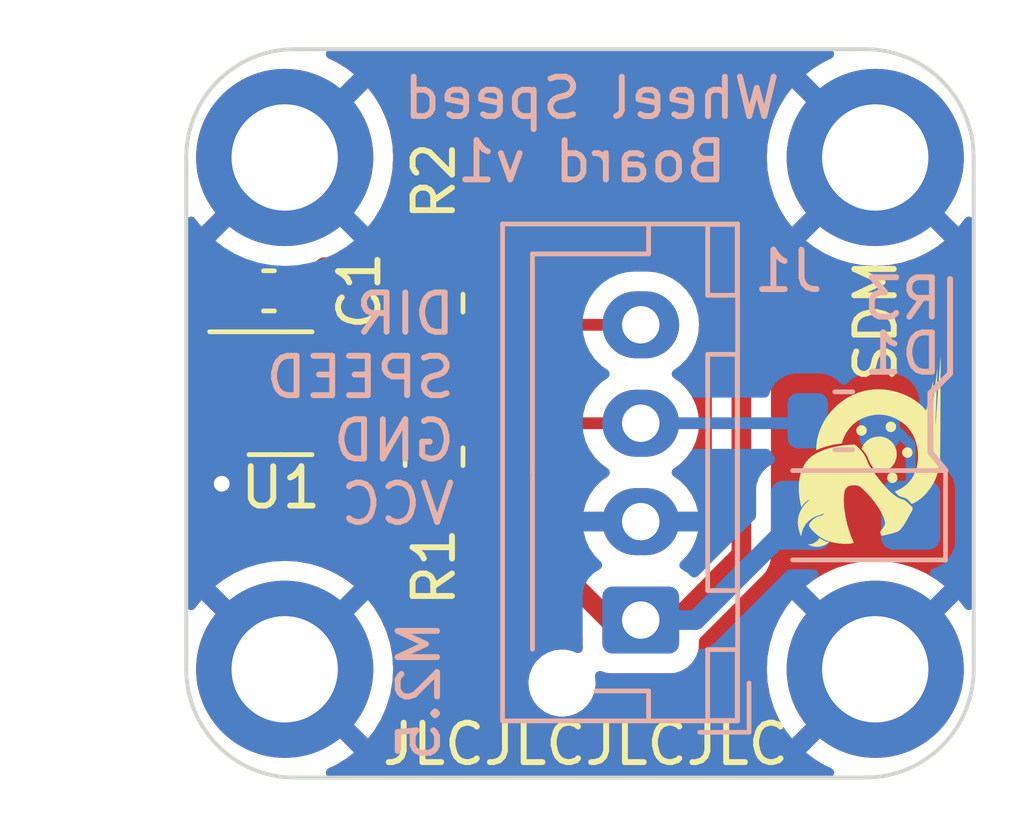
<source format=kicad_pcb>
(kicad_pcb (version 20221018) (generator pcbnew)
  (title_block (title "Wheel Speed Sensor") (date "2023-10-22") (rev "v1") (company "Sun Devil Motorsports"))
  (layers (0 "F.Cu" signal) (31 "B.Cu" signal) (34 "B.Paste" user) (35 "F.Paste" user) (36 "B.SilkS" user "B.Silkscreen") (37 "F.SilkS" user "F.Silkscreen") (38 "B.Mask" user) (39 "F.Mask" user) (44 "Edge.Cuts" user))
  (net 0 "")
  (net 1 "VCC")
  (net 2 "GND")
  (net 3 "/SPEED")
  (net 4 "/DIR")
  (net 5 "/HE_LED")
  (footprint "Resistor_SMD:R_0805_2012Metric" (layer "F.Cu") (at 136.29375 94.1125 -90)
    (fp_text reference "R2" (at -3.1 0 90) (layer "F.SilkS"))
    (fp_text value "10k")
    (fp_line (start -0.227064 -0.735) (end 0.227064 -0.735) (stroke (width 0.12)) (layer "F.SilkS"))
    (fp_line (start -0.227064 0.735) (end 0.227064 0.735) (stroke (width 0.12)) (layer "F.SilkS"))
    (pad "1" smd roundrect (at -0.9125 0 270) (size 1.025 1.4) (layers "F.Cu" "F.Paste" "F.Mask") (roundrect_rratio 0.243902) (net 1 "VCC"))
    (pad "2" smd roundrect (at 0.9125 0 270) (size 1.025 1.4) (layers "F.Cu" "F.Paste" "F.Mask") (roundrect_rratio 0.243902) (net 4 "/DIR"))
  )
  (footprint "MountingHole:MountingHole_2.7mm_M2.5_ISO7380_Pad" (layer "F.Cu") (at 147.5 90.4125)
    (fp_text reference "H2" hide)
    (fp_text value "M2.5")
    (pad "1" thru_hole circle (at 0 0) (size 4.5 4.5) (drill 2.7) (layers "*.Cu" "*.Mask") (net 2 "GND"))
  )
  (footprint "MountingHole:MountingHole_2.7mm_M2.5_ISO7380_Pad" (layer "F.Cu") (at 132.5 103.4125)
    (fp_text reference "H4" hide)
    (fp_text value "M2.5")
    (pad "1" thru_hole circle (at 0 0) (size 4.5 4.5) (drill 2.7) (layers "*.Cu" "*.Mask") (net 2 "GND"))
  )
  (footprint "MountingHole:MountingHole_2.7mm_M2.5_ISO7380_Pad" (layer "F.Cu") (at 132.5 90.4125)
    (fp_text reference "H1" hide)
    (fp_text value "M2.5")
    (pad "1" thru_hole circle (at 0 0) (size 4.5 4.5) (drill 2.7) (layers "*.Cu" "*.Mask") (net 2 "GND"))
  )
  (footprint "Resistor_SMD:R_0805_2012Metric" (layer "F.Cu") (at 136.29375 98.0125 90)
    (fp_text reference "R1" (at -2.8 0 90) (layer "F.SilkS"))
    (fp_text value "10k")
    (fp_line (start -0.227064 -0.735) (end 0.227064 -0.735) (stroke (width 0.12)) (layer "F.SilkS"))
    (fp_line (start -0.227064 0.735) (end 0.227064 0.735) (stroke (width 0.12)) (layer "F.SilkS"))
    (pad "1" smd roundrect (at -0.9125 0 90) (size 1.025 1.4) (layers "F.Cu" "F.Paste" "F.Mask") (roundrect_rratio 0.243902) (net 1 "VCC"))
    (pad "2" smd roundrect (at 0.9125 0 90) (size 1.025 1.4) (layers "F.Cu" "F.Paste" "F.Mask") (roundrect_rratio 0.243902) (net 3 "/SPEED"))
  )
  (footprint "MountingHole:MountingHole_2.7mm_M2.5_ISO7380_Pad" (layer "F.Cu") (at 147.5 103.4125)
    (fp_text reference "H3" hide)
    (fp_text value "M2.5")
    (pad "1" thru_hole circle (at 0 0) (size 4.5 4.5) (drill 2.7) (layers "*.Cu" "*.Mask") (net 2 "GND"))
  )
  (footprint "Capacitor_SMD:C_0603_1608Metric" (layer "F.Cu") (at 132.1 93.8 180)
    (fp_text reference "C1" (at -2.3 0 90) (layer "F.SilkS"))
    (fp_text value "100nF")
    (fp_line (start -0.14058 -0.51) (end 0.14058 -0.51) (stroke (width 0.12)) (layer "F.SilkS"))
    (fp_line (start -0.14058 0.51) (end 0.14058 0.51) (stroke (width 0.12)) (layer "F.SilkS"))
    (pad "1" smd roundrect (at -0.9 0 180) (size 1.15 1.1) (layers "F.Cu" "F.Paste" "F.Mask") (net 1 "VCC"))
    (pad "2" smd roundrect (at 0.9 0 180) (size 1.15 1.1) (layers "F.Cu" "F.Paste" "F.Mask") (net 2 "GND"))
  )
  (footprint "Package_TO_SOT_SMD:SOT-23-5" (layer "F.Cu") (at 132.39375 96.4)
    (fp_text reference "U1" (at 0.00625 2.4) (layer "F.SilkS"))
    (fp_text value "TMAG5111B2xxDBV")
    (fp_line (start 0 -1.56) (end -1.8 -1.56) (stroke (width 0.12)) (layer "F.SilkS"))
    (fp_line (start 0 -1.56) (end 0.8 -1.56) (stroke (width 0.12)) (layer "F.SilkS"))
    (fp_line (start 0 1.56) (end -0.8 1.56) (stroke (width 0.12)) (layer "F.SilkS"))
    (fp_line (start 0 1.56) (end 0.8 1.56) (stroke (width 0.12)) (layer "F.SilkS"))
    (pad "1" smd roundrect (at -1.3 -0.95) (size 1.325 0.6) (layers "F.Cu" "F.Paste" "F.Mask") (net 1 "VCC"))
    (pad "2" smd roundrect (at -1.3 0) (size 1.325 0.6) (layers "F.Cu" "F.Paste" "F.Mask") (net 2 "GND"))
    (pad "3" smd roundrect (at -1.3 0.95) (size 1.325 0.6) (layers "F.Cu" "F.Paste" "F.Mask") (net 2 "GND"))
    (pad "4" smd roundrect (at 1.3 0.95) (size 1.325 0.6) (layers "F.Cu" "F.Paste" "F.Mask") (net 3 "/SPEED"))
    (pad "5" smd roundrect (at 1.3 -0.95) (size 1.325 0.6) (layers "F.Cu" "F.Paste" "F.Mask") (net 4 "/DIR"))
  )
  (footprint "LOGO" (layer "F.Cu") (at 147.5 98 90)
    (fp_text reference "G***" hide)
    (fp_text value "LOGO" hide)
    (fp_poly (pts (xy 0.126018 0.686058) (xy 0.150841 0.694998) (xy 0.174188 0.709249) (xy 0.183347 0.716845) (xy 0.202054 0.737171) (xy 0.215202 0.759576) (xy 0.223081 0.784734) (xy 0.22598 0.813317) (xy 0.226007 0.816164) (xy 0.223843 0.843323) (xy 0.216894 0.867333) (xy 0.204671 0.889368) (xy 0.186912 0.910376) (xy 0.164827 0.928497) (xy 0.13999 0.941067) (xy 0.112705 0.947988) (xy 0.083273 0.949163) (xy 0.070321 0.947916) (xy 0.050854 0.942963) (xy 0.030368 0.933789) (xy 0.01103 0.92155) (xy -0.004347 0.908091) (xy -0.021228 0.885847) (xy -0.032954 0.860673) (xy -0.039302 0.833481) (xy -0.040048 0.805184) (xy -0.035842 0.779902) (xy -0.026168 0.754105) (xy -0.011979 0.731896) (xy 0.005975 0.713491) (xy 0.026945 0.699105) (xy 0.050183 0.688953) (xy 0.074941 0.683251) (xy 0.100469 0.682214)) (fill solid) (layer "F.SilkS"))
    (fp_poly (pts (xy 0.682782 -0.479572) (xy 0.70863 -0.471106) (xy 0.731893 -0.457773) (xy 0.751911 -0.440172) (xy 0.768022 -0.418903) (xy 0.779563 -0.394566) (xy 0.785875 -0.367761) (xy 0.786338 -0.363473) (xy 0.786072 -0.334418) (xy 0.780163 -0.307027) (xy 0.769063 -0.281954) (xy 0.753227 -0.259854) (xy 0.733109 -0.241378) (xy 0.70916 -0.227181) (xy 0.686022 -0.218937) (xy 0.667967 -0.216187) (xy 0.647199 -0.21603) (xy 0.626629 -0.218341) (xy 0.611533 -0.222133) (xy 0.592008 -0.230177) (xy 0.575691 -0.240284) (xy 0.560135 -0.254064) (xy 0.555274 -0.25913) (xy 0.538452 -0.28147) (xy 0.52697 -0.306095) (xy 0.520813 -0.332129) (xy 0.519966 -0.358697) (xy 0.524413 -0.384921) (xy 0.534139 -0.409926) (xy 0.549127 -0.432835) (xy 0.558554 -0.443194) (xy 0.580104 -0.461247) (xy 0.602785 -0.473527) (xy 0.627698 -0.480484) (xy 0.655012 -0.48257)) (fill solid) (layer "F.SilkS"))
    (fp_poly (pts (xy 0.763304 0.264578) (xy 0.773974 0.26531) (xy 0.782683 0.26708) (xy 0.791576 0.270333) (xy 0.802798 0.275518) (xy 0.803637 0.275922) (xy 0.827279 0.290492) (xy 0.847159 0.309173) (xy 0.862821 0.331097) (xy 0.873808 0.355396) (xy 0.879664 0.381203) (xy 0.879933 0.407648) (xy 0.878394 0.418106) (xy 0.871275 0.444202) (xy 0.860412 0.466451) (xy 0.844894 0.486574) (xy 0.839163 0.492485) (xy 0.824245 0.505685) (xy 0.809732 0.514972) (xy 0.799442 0.519668) (xy 0.776729 0.526395) (xy 0.752153 0.529666) (xy 0.728278 0.52925) (xy 0.715713 0.527217) (xy 0.689314 0.518225) (xy 0.666345 0.50458) (xy 0.647078 0.487022) (xy 0.631782 0.466293) (xy 0.620728 0.443132) (xy 0.614188 0.418281) (xy 0.612431 0.392479) (xy 0.615728 0.366467) (xy 0.62435 0.340987) (xy 0.638568 0.316777) (xy 0.638724 0.316565) (xy 0.657186 0.295899) (xy 0.678382 0.280581) (xy 0.702705 0.270424) (xy 0.730551 0.265239) (xy 0.748529 0.264437)) (fill solid) (layer "F.SilkS"))
    (fp_poly (pts (xy -0.515866 0.304573) (xy -0.491266 0.312948) (xy -0.468556 0.326078) (xy -0.448506 0.343824) (xy -0.431887 0.366045) (xy -0.425397 0.378171) (xy -0.421935 0.385994) (xy -0.419614 0.393184) (xy -0.418211 0.401293) (xy -0.4175 0.411872) (xy -0.417256 0.426473) (xy -0.417239 0.434494) (xy -0.417315 0.450989) (xy -0.417721 0.462831) (xy -0.418729 0.471619) (xy -0.42061 0.478949) (xy -0.423634 0.486419) (xy -0.427346 0.494156) (xy -0.442388 0.517886) (xy -0.461806 0.537591) (xy -0.484796 0.552743) (xy -0.510555 0.562814) (xy -0.53828 0.567276) (xy -0.538664 0.567295) (xy -0.552684 0.56755) (xy -0.566105 0.567063) (xy -0.576279 0.56594) (xy -0.577206 0.565757) (xy -0.600031 0.558125) (xy -0.622085 0.545688) (xy -0.641911 0.529577) (xy -0.658051 0.510925) (xy -0.666787 0.496107) (xy -0.676987 0.467984) (xy -0.68125 0.439847) (xy -0.679683 0.412325) (xy -0.672392 0.386041) (xy -0.659481 0.361624) (xy -0.641056 0.3397) (xy -0.640287 0.338961) (xy -0.61778 0.321447) (xy -0.593315 0.309392) (xy -0.567661 0.302655) (xy -0.541588 0.301096)) (fill solid) (layer "F.SilkS"))
    (fp_poly (pts (xy -2.239143 -1.706313) (xy -2.238139 -1.699616) (xy -2.237776 -1.690029) (xy -2.234778 -1.650489) (xy -2.226057 -1.610706) (xy -2.212017 -1.571665) (xy -2.193062 -1.534347) (xy -2.1696 -1.499736) (xy -2.149846 -1.476731) (xy -2.138872 -1.466033) (xy -2.125817 -1.45461) (xy -2.111974 -1.44346) (xy -2.09864 -1.433582) (xy -2.087109 -1.425974) (xy -2.078675 -1.421636) (xy -2.078186 -1.421464) (xy -2.078133 -1.418441) (xy -2.081691 -1.410988) (xy -2.088604 -1.399586) (xy -2.095193 -1.38967) (xy -2.111014 -1.364779) (xy -2.126684 -1.337013) (xy -2.14108 -1.308535) (xy -2.153079 -1.281507) (xy -2.157939 -1.268906) (xy -2.162654 -1.254922) (xy -2.167548 -1.238839) (xy -2.172237 -1.22211) (xy -2.17634 -1.206189) (xy -2.179473 -1.192529) (xy -2.181254 -1.182585) (xy -2.181519 -1.179308) (xy -2.182341 -1.173062) (xy -2.185046 -1.171588) (xy -2.189986 -1.175067) (xy -2.197516 -1.183683) (xy -2.202474 -1.190123) (xy -2.230911 -1.231557) (xy -2.254007 -1.273297) (xy -2.272198 -1.316452) (xy -2.285922 -1.36213) (xy -2.295612 -1.411442) (xy -2.298796 -1.435306) (xy -2.300784 -1.453564) (xy -2.301899 -1.467963) (xy -2.302138 -1.480707) (xy -2.301501 -1.494) (xy -2.299986 -1.510045) (xy -2.298756 -1.521036) (xy -2.292774 -1.561888) (xy -2.284617 -1.600248) (xy -2.274634 -1.634564) (xy -2.271044 -1.644616) (xy -2.265624 -1.658228) (xy -2.259503 -1.672364) (xy -2.2533 -1.685732) (xy -2.247633 -1.697042) (xy -2.243121 -1.705002) (xy -2.240562 -1.708232)) (fill solid) (layer "F.SilkS"))
    (fp_poly (pts (xy 0.207359 -0.340138) (xy 0.220838 -0.335644) (xy 0.237956 -0.32831) (xy 0.257231 -0.318877) (xy 0.277178 -0.308086) (xy 0.296314 -0.296679) (xy 0.303162 -0.292272) (xy 0.318203 -0.281135) (xy 0.335698 -0.266218) (xy 0.354391 -0.24877) (xy 0.373025 -0.230042) (xy 0.390342 -0.211282) (xy 0.405087 -0.19374) (xy 0.413218 -0.182835) (xy 0.435409 -0.147105) (xy 0.455358 -0.107424) (xy 0.458625 -0.100013) (xy 0.473779 -0.059082) (xy 0.485537 -0.015055) (xy 0.49375 0.03072) (xy 0.498271 0.076897) (xy 0.498952 0.122128) (xy 0.495645 0.165065) (xy 0.490822 0.193297) (xy 0.477154 0.242005) (xy 0.45789 0.288593) (xy 0.433449 0.332648) (xy 0.404247 0.373757) (xy 0.370704 0.411508) (xy 0.333236 0.445487) (xy 0.292261 0.475283) (xy 0.248197 0.500482) (xy 0.201461 0.520672) (xy 0.152471 0.535439) (xy 0.142205 0.537756) (xy 0.122561 0.540974) (xy 0.098622 0.543398) (xy 0.072299 0.544949) (xy 0.045506 0.54555) (xy 0.020156 0.54512) (xy -0.001089 0.543661) (xy -0.045102 0.536491) (xy -0.09012 0.524363) (xy -0.134348 0.507908) (xy -0.175993 0.487756) (xy -0.199483 0.47384) (xy -0.241505 0.443259) (xy -0.279155 0.408315) (xy -0.312207 0.369323) (xy -0.340435 0.326598) (xy -0.363612 0.280455) (xy -0.381513 0.231209) (xy -0.386444 0.213474) (xy -0.389195 0.202481) (xy -0.391296 0.192944) (xy -0.392836 0.183763) (xy -0.393904 0.173835) (xy -0.394589 0.16206) (xy -0.394981 0.147335) (xy -0.395168 0.128559) (xy -0.39524 0.1047) (xy -0.395203 0.078603) (xy -0.394915 0.057978) (xy -0.394248 0.042048) (xy -0.393073 0.030036) (xy -0.391265 0.021165) (xy -0.388696 0.014658) (xy -0.385237 0.009738) (xy -0.380763 0.005627) (xy -0.378758 0.004106) (xy -0.346404 -0.019158) (xy -0.313097 -0.042279) (xy -0.279698 -0.064705) (xy -0.247069 -0.085887) (xy -0.216069 -0.105272) (xy -0.187559 -0.12231) (xy -0.162399 -0.136451) (xy -0.145359 -0.145261) (xy -0.127686 -0.153468) (xy -0.107812 -0.161986) (xy -0.088663 -0.169591) (xy -0.078135 -0.173413) (xy -0.054592 -0.181794) (xy -0.033383 -0.190065) (xy -0.013718 -0.1987) (xy 0.005197 -0.208176) (xy 0.024151 -0.218965) (xy 0.043937 -0.231544) (xy 0.065346 -0.246386) (xy 0.08917 -0.263967) (xy 0.1162 -0.284761) (xy 0.14379 -0.30651) (xy 0.191254 -0.344215)) (fill solid) (layer "F.SilkS"))
    (fp_poly (pts (xy -1.664506 -1.968727) (xy -1.653296 -1.968099) (xy -1.645371 -1.967072) (xy -1.64239 -1.965867) (xy -1.638439 -1.964154) (xy -1.630256 -1.962996) (xy -1.622672 -1.962687) (xy -1.604692 -1.961659) (xy -1.582382 -1.958864) (xy -1.557312 -1.9546) (xy -1.531054 -1.949163) (xy -1.505179 -1.942851) (xy -1.481433 -1.936015) (xy -1.42145 -1.914006) (xy -1.363727 -1.886471) (xy -1.307859 -1.853194) (xy -1.256405 -1.816278) (xy -1.238821 -1.801783) (xy -1.218504 -1.783707) (xy -1.19672 -1.76327) (xy -1.174733 -1.741697) (xy -1.15381 -1.72021) (xy -1.135216 -1.70003) (xy -1.130324 -1.694464) (xy -1.120648 -1.683643) (xy -1.112502 -1.675164) (xy -1.106687 -1.669815) (xy -1.104004 -1.668383) (xy -1.103936 -1.668493) (xy -1.104869 -1.673186) (xy -1.108827 -1.681986) (xy -1.11525 -1.69388) (xy -1.123576 -1.707856) (xy -1.133244 -1.722901) (xy -1.137986 -1.729901) (xy -1.164369 -1.763703) (xy -1.196708 -1.797299) (xy -1.234711 -1.830407) (xy -1.268906 -1.856288) (xy -1.280718 -1.864712) (xy -1.288303 -1.870192) (xy -1.292503 -1.873443) (xy -1.294157 -1.875183) (xy -1.294106 -1.876127) (xy -1.293189 -1.876993) (xy -1.293183 -1.876999) (xy -1.288554 -1.879139) (xy -1.278502 -1.882127) (xy -1.263773 -1.885816) (xy -1.245117 -1.89006) (xy -1.22328 -1.894713) (xy -1.19901 -1.899629) (xy -1.173055 -1.904661) (xy -1.146163 -1.909663) (xy -1.119082 -1.91449) (xy -1.092558 -1.918995) (xy -1.067341 -1.923032) (xy -1.044177 -1.926454) (xy -1.031377 -1.928177) (xy -0.989734 -1.932838) (xy -0.945067 -1.936589) (xy -0.89859 -1.939402) (xy -0.851514 -1.941251) (xy -0.805051 -1.942106) (xy -0.760413 -1.94194) (xy -0.718811 -1.940726) (xy -0.681459 -1.938436) (xy -0.662582 -1.936643) (xy -0.58676 -1.926514) (xy -0.515602 -1.913221) (xy -0.448231 -1.896496) (xy -0.383772 -1.87607) (xy -0.321348 -1.851675) (xy -0.260083 -1.823042) (xy -0.217473 -1.800366) (xy -0.174065 -1.774541) (xy -0.134548 -1.747501) (xy -0.098258 -1.718563) (xy -0.064533 -1.687041) (xy -0.032709 -1.652251) (xy -0.002123 -1.613508) (xy 0.027889 -1.570128) (xy 0.05799 -1.521426) (xy 0.065803 -1.507998) (xy 0.09266 -1.457939) (xy 0.118814 -1.402603) (xy 0.143933 -1.342951) (xy 0.167686 -1.279945) (xy 0.18974 -1.214548) (xy 0.209765 -1.147721) (xy 0.227428 -1.080427) (xy 0.242398 -1.013628) (xy 0.250062 -0.973558) (xy 0.252307 -0.960946) (xy 0.255072 -0.945397) (xy 0.257786 -0.930129) (xy 0.257966 -0.929121) (xy 0.26441 -0.889731) (xy 0.270521 -0.846393) (xy 0.276176 -0.8004) (xy 0.281255 -0.753043) (xy 0.285635 -0.705615) (xy 0.289195 -0.659408) (xy 0.291815 -0.615716) (xy 0.293372 -0.57583) (xy 0.293771 -0.547894) (xy 0.293786 -0.512903) (xy 0.245845 -0.460383) (xy 0.199908 -0.412348) (xy 0.153969 -0.368811) (xy 0.10856 -0.33025) (xy 0.064219 -0.297141) (xy 0.056257 -0.291705) (xy 0.032034 -0.27645) (xy 0.004594 -0.261178) (xy -0.026804 -0.245517) (xy -0.062901 -0.229096) (xy -0.09845 -0.214006) (xy -0.131718 -0.200134) (xy -0.160251 -0.187865) (xy -0.185158 -0.176591) (xy -0.207545 -0.165705) (xy -0.228519 -0.154602) (xy -0.249186 -0.142673) (xy -0.270654 -0.129311) (xy -0.294029 -0.11391) (xy -0.320418 -0.095862) (xy -0.344498 -0.079073) (xy -0.429985 -0.018163) (xy -0.509835 0.040793) (xy -0.584284 0.097985) (xy -0.653567 0.153602) (xy -0.717919 0.207835) (xy -0.777576 0.260872) (xy -0.832773 0.312902) (xy -0.83874 0.318726) (xy -0.887177 0.36757) (xy -0.930216 0.413982) (xy -0.968073 0.458276) (xy -1.000966 0.500768) (xy -1.029111 0.541772) (xy -1.052723 0.581604) (xy -1.072021 0.62058) (xy -1.087219 0.659013) (xy -1.098384 0.696609) (xy -1.102634 0.71164) (xy -1.107911 0.725969) (xy -1.114622 0.740152) (xy -1.123175 0.754745) (xy -1.133981 0.770304) (xy -1.147446 0.787385) (xy -1.16398 0.806544) (xy -1.183992 0.828337) (xy -1.20789 0.85332) (xy -1.230615 0.876518) (xy -1.301723 0.948554) (xy -1.332044 0.949023) (xy -1.347411 0.949017) (xy -1.358267 0.948278) (xy -1.366331 0.946567) (xy -1.373321 0.943645) (xy -1.374236 0.943166) (xy -1.380611 0.939583) (xy -1.39127 0.933383) (xy -1.405155 0.925193) (xy -1.421205 0.915636) (xy -1.438362 0.905339) (xy -1.43924 0.90481) (xy -1.458855 0.893156) (xy -1.479765 0.88102) (xy -1.500217 0.869404) (xy -1.518455 0.859305) (xy -1.529876 0.853197) (xy -1.589753 0.821322) (xy -1.643942 0.791177) (xy -1.69271 0.762592) (xy -1.736323 0.735396) (xy -1.775047 0.709415) (xy -1.809149 0.68448) (xy -1.838896 0.660418) (xy -1.862236 0.639299) (xy -1.873522 0.62801) (xy -1.884397 0.61636) (xy -1.893155 0.606206) (xy -1.896035 0.602506) (xy -1.90385 0.589716) (xy -1.912749 0.571269) (xy -1.92255 0.547629) (xy -1.933069 0.51926) (xy -1.944125 0.486627) (xy -1.954156 0.454743) (xy -1.958269 0.440363) (xy -1.963432 0.420933) (xy -1.969394 0.397518) (xy -1.975901 0.371182) (xy -1.982699 0.342989) (xy -1.989537 0.314003) (xy -1.99616 0.285287) (xy -2.002316 0.257907) (xy -2.007752 0.232926) (xy -2.012214 0.211408) (xy -2.013139 0.20674) (xy -2.015736 0.194651) (xy -2.01868 0.182487) (xy -2.019153 0.180697) (xy -2.02092 0.171387) (xy -2.019794 0.164753) (xy -2.01758 0.160739) (xy -2.010454 0.153744) (xy -1.998686 0.146332) (xy -1.983792 0.139168) (xy -1.967287 0.132918) (xy -1.950686 0.128248) (xy -1.938862 0.126155) (xy -1.930665 0.12564) (xy -1.922812 0.126435) (xy -1.914536 0.128956) (xy -1.905071 0.133618) (xy -1.893651 0.140838) (xy -1.87951 0.151032) (xy -1.861882 0.164615) (xy -1.848452 0.175251) (xy -1.818583 0.19802) (xy -1.79188 0.21611) (xy -1.76777 0.229852) (xy -1.745679 0.239576) (xy -1.727338 0.245099) (xy -1.712035 0.248261) (xy -1.699422 0.24965) (xy -1.687051 0.24927) (xy -1.672468 0.247125) (xy -1.662705 0.245213) (xy -1.617059 0.233672) (xy -1.568132 0.217177) (xy -1.516246 0.195883) (xy -1.461725 0.169941) (xy -1.404891 0.139506) (xy -1.346067 0.10473) (xy -1.287235 0.066878) (xy -1.191657 0.000081) (xy -1.100948 -0.06939) (xy -1.013974 -0.14245) (xy -0.929606 -0.220018) (xy -0.910156 -0.238881) (xy -0.87464 -0.274394) (xy -0.843271 -0.307278) (xy -0.816198 -0.337356) (xy -0.793567 -0.364451) (xy -0.775528 -0.388385) (xy -0.762227 -0.408981) (xy -0.753812 -0.426063) (xy -0.7536 -0.426615) (xy -0.750336 -0.437868) (xy -0.747049 -0.453809) (xy -0.743949 -0.472877) (xy -0.741248 -0.493514) (xy -0.739155 -0.514162) (xy -0.737882 -0.53326) (xy -0.737591 -0.54514) (xy -0.738136 -0.559627) (xy -0.739589 -0.577231) (xy -0.74168 -0.594932) (xy -0.742612 -0.60122) (xy -0.751115 -0.640394) (xy -0.76344 -0.674657) (xy -0.779682 -0.704118) (xy -0.799937 -0.728882) (xy -0.8243 -0.749059) (xy -0.852869 -0.764757) (xy -0.885738 -0.776082) (xy -0.900992 -0.77959) (xy -0.95765 -0.788765) (xy -1.019206 -0.794715) (xy -1.085235 -0.797489) (xy -1.15531 -0.797136) (xy -1.229005 -0.793704) (xy -1.305894 -0.787242) (xy -1.385549 -0.7778) (xy -1.467546 -0.765426) (xy -1.551458 -0.750168) (xy -1.636858 -0.732076) (xy -1.72332 -0.711198) (xy -1.810418 -0.687584) (xy -1.876794 -0.667832) (xy -1.911573 -0.656787) (xy -1.945818 -0.64528) (xy -1.981053 -0.632766) (xy -2.018802 -0.618705) (xy -2.060589 -0.602553) (xy -2.063278 -0.601498) (xy -2.080976 -0.594516) (xy -2.095408 -0.588713) (xy -2.108153 -0.583409) (xy -2.120791 -0.577923) (xy -2.134903 -0.571574) (xy -2.152067 -0.563682) (xy -2.165529 -0.55744) (xy -2.177964 -0.551769) (xy -2.188297 -0.547254) (xy -2.195219 -0.544455) (xy -2.197342 -0.543817) (xy -2.199928 -0.546773) (xy -2.203116 -0.555062) (xy -2.206713 -0.567817) (xy -2.210524 -0.584174) (xy -2.214354 -0.603266) (xy -2.218009 -0.624225) (xy -2.221294 -0.646187) (xy -2.22262 -0.656331) (xy -2.223668 -0.668096) (xy -2.22455 -0.684523) (xy -2.22526 -0.704478) (xy -2.225787 -0.72683) (xy -2.226125 -0.750446) (xy -2.226264 -0.774192) (xy -2.226196 -0.796937) (xy -2.225913 -0.817549) (xy -2.225406 -0.834893) (xy -2.224667 -0.847839) (xy -2.224078 -0.85323) (xy -2.222932 -0.862093) (xy -2.221589 -0.87437) (xy -2.220465 -0.886047) (xy -2.216785 -0.920356) (xy -2.2116 -0.958769) (xy -2.205229 -0.99941) (xy -2.19799 -1.040404) (xy -2.190202 -1.079875) (xy -2.182184 -1.115948) (xy -2.179564 -1.126701) (xy -2.162814 -1.184345) (xy -2.141676 -1.240299) (xy -2.115684 -1.295616) (xy -2.084373 -1.351351) (xy -2.070829 -1.3731) (xy -2.048142 -1.407722) (xy -2.026501 -1.438707) (xy -2.004843 -1.467366) (xy -1.982104 -1.495009) (xy -1.957223 -1.522948) (xy -1.929137 -1.552492) (xy -1.908203 -1.573631) (xy -1.879443 -1.601659) (xy -1.853978 -1.625066) (xy -1.831352 -1.644233) (xy -1.811109 -1.659538) (xy -1.792792 -1.671363) (xy -1.786818 -1.674713) (xy -1.775724 -1.680325) (xy -1.767531 -1.683185) (xy -1.75985 -1.683869) (xy -1.751778 -1.683149) (xy -1.730923 -1.677831) (xy -1.708231 -1.667332) (xy -1.684315 -1.652221) (xy -1.659787 -1.63307) (xy -1.635262 -1.610445) (xy -1.611353 -1.584919) (xy -1.588673 -1.557059) (xy -1.567836 -1.527435) (xy -1.549454 -1.496617) (xy -1.548011 -1.493934) (xy -1.543268 -1.484422) (xy -1.539047 -1.474341) (xy -1.53499 -1.46256) (xy -1.530737 -1.447949) (xy -1.525931 -1.429375) (xy -1.520752 -1.407986) (xy -1.513757 -1.382016) (xy -1.506064 -1.361044) (xy -1.497032 -1.34382) (xy -1.486024 -1.329091) (xy -1.474529 -1.317503) (xy -1.462898 -1.307664) (xy -1.454139 -1.301692) (xy -1.44871 -1.299847) (xy -1.447053 -1.301941) (xy -1.448677 -1.305328) (xy -1.452827 -1.312022) (xy -1.456014 -1.316787) (xy -1.468684 -1.337722) (xy -1.480079 -1.361964) (xy -1.490533 -1.390366) (xy -1.500381 -1.423779) (xy -1.504735 -1.440803) (xy -1.514483 -1.47291) (xy -1.528368 -1.507762) (xy -1.545708 -1.544126) (xy -1.565816 -1.580769) (xy -1.588009 -1.616459) (xy -1.611601 -1.649965) (xy -1.635908 -1.680053) (xy -1.640637 -1.685377) (xy -1.683714 -1.728491) (xy -1.730486 -1.766589) (xy -1.780805 -1.799588) (xy -1.834527 -1.827406) (xy -1.891507 -1.849959) (xy -1.951599 -1.867166) (xy -1.965141 -1.870208) (xy -1.98161 -1.873578) (xy -1.997823 -1.87663) (xy -2.011696 -1.878988) (xy -2.019745 -1.880123) (xy -2.029066 -1.881603) (xy -2.034967 -1.883334) (xy -2.036173 -1.884632) (xy -2.032488 -1.886975) (xy -2.023857 -1.890897) (xy -2.011269 -1.896019) (xy -1.995715 -1.901962) (xy -1.978185 -1.908348) (xy -1.959667 -1.914797) (xy -1.942427 -1.92052) (xy -1.918134 -1.927901) (xy -1.891078 -1.93534) (xy -1.863341 -1.942315) (xy -1.837009 -1.948307) (xy -1.814165 -1.952794) (xy -1.811161 -1.953306) (xy -1.796897 -1.955692) (xy -1.782173 -1.958174) (xy -1.772353 -1.959844) (xy -1.759272 -1.961487) (xy -1.744223 -1.962537) (xy -1.735815 -1.962742) (xy -1.725288 -1.963205) (xy -1.717447 -1.964411) (xy -1.714274 -1.965867) (xy -1.710448 -1.967239) (xy -1.701972 -1.96821) (xy -1.690431 -1.968782) (xy -1.677414 -1.968955)) (fill solid) (layer "F.SilkS"))
    (fp_poly (pts (xy 0.17652 -1.500305) (xy 0.191914 -1.49993) (xy 0.209369 -1.499348) (xy 0.227838 -1.4986) (xy 0.246277 -1.497729) (xy 0.263641 -1.496774) (xy 0.278884 -1.495779) (xy 0.290963 -1.494783) (xy 0.297141 -1.494085) (xy 0.312597 -1.491961) (xy 0.330267 -1.489544) (xy 0.345355 -1.487491) (xy 0.365094 -1.484658) (xy 0.385695 -1.481434) (xy 0.405422 -1.478114) (xy 0.42254 -1.474989) (xy 0.435314 -1.472352) (xy 0.435991 -1.472196) (xy 0.44541 -1.470032) (xy 0.458202 -1.467138) (xy 0.471635 -1.464132) (xy 0.471933 -1.464066) (xy 0.493118 -1.459) (xy 0.517447 -1.452592) (xy 0.543713 -1.445212) (xy 0.570708 -1.437232) (xy 0.597223 -1.429023) (xy 0.622052 -1.420954) (xy 0.643985 -1.413398) (xy 0.661816 -1.406724) (xy 0.670395 -1.403142) (xy 0.676219 -1.400707) (xy 0.685963 -1.396787) (xy 0.697717 -1.392149) (xy 0.700086 -1.391223) (xy 0.712561 -1.386098) (xy 0.728379 -1.379201) (xy 0.746592 -1.370985) (xy 0.766254 -1.361902) (xy 0.786417 -1.352404) (xy 0.806134 -1.342946) (xy 0.824457 -1.333978) (xy 0.840439 -1.325954) (xy 0.853133 -1.319326) (xy 0.861592 -1.314546) (xy 0.864104 -1.312863) (xy 0.868331 -1.310163) (xy 0.87631 -1.305511) (xy 0.886046 -1.300064) (xy 0.918547 -1.281197) (xy 0.954264 -1.258652) (xy 0.99206 -1.233236) (xy 1.030798 -1.205757) (xy 1.069339 -1.177022) (xy 1.106546 -1.147837) (xy 1.141281 -1.119011) (xy 1.141424 -1.118888) (xy 1.15423 -1.107428) (xy 1.170411 -1.092195) (xy 1.189132 -1.074041) (xy 1.209559 -1.053813) (xy 1.230859 -1.032361) (xy 1.252197 -1.010536) (xy 1.272738 -0.989186) (xy 1.29165 -0.96916) (xy 1.308096 -0.951309) (xy 1.321244 -0.936481) (xy 1.325578 -0.931365) (xy 1.379506 -0.862996) (xy 1.429878 -0.79217) (xy 1.476192 -0.719718) (xy 1.517943 -0.646468) (xy 1.554628 -0.573251) (xy 1.583598 -0.506313) (xy 1.588638 -0.493744) (xy 1.593069 -0.482817) (xy 1.596191 -0.475255) (xy 1.596943 -0.473496) (xy 1.604903 -0.453839) (xy 1.613758 -0.429234) (xy 1.623152 -0.400856) (xy 1.632727 -0.369882) (xy 1.642125 -0.337486) (xy 1.650989 -0.304845) (xy 1.658961 -0.273133) (xy 1.662535 -0.257845) (xy 1.666826 -0.238769) (xy 1.670317 -0.222675) (xy 1.673279 -0.208087) (xy 1.675986 -0.193528) (xy 1.678707 -0.177519) (xy 1.681717 -0.158585) (xy 1.685285 -0.135248) (xy 1.686123 -0.129704) (xy 1.690763 -0.092855) (xy 1.694366 -0.051489) (xy 1.696927 -0.006857) (xy 1.698442 0.039794) (xy 1.698905 0.087214) (xy 1.698314 0.134156) (xy 1.696661 0.179368) (xy 1.693944 0.221604) (xy 1.690158 0.259614) (xy 1.687634 0.278159) (xy 1.681358 0.318593) (xy 1.675547 0.353997) (xy 1.669958 0.385551) (xy 1.664349 0.414436) (xy 1.658477 0.441832) (xy 1.652101 0.468919) (xy 1.644977 0.496877) (xy 1.636864 0.526888) (xy 1.635637 0.531315) (xy 1.627312 0.559925) (xy 1.617671 0.590803) (xy 1.607183 0.622607) (xy 1.596312 0.653996) (xy 1.585526 0.683629) (xy 1.575293 0.710164) (xy 1.566077 0.732261) (xy 1.564398 0.736028) (xy 1.560994 0.743803) (xy 1.556288 0.754851) (xy 1.551741 0.765719) (xy 1.539581 0.79325) (xy 1.524489 0.824528) (xy 1.507189 0.858224) (xy 1.488402 0.893013) (xy 1.468849 0.927568) (xy 1.449254 0.960564) (xy 1.430339 0.990673) (xy 1.42412 1.000123) (xy 1.394381 1.042727) (xy 1.362361 1.084993) (xy 1.328821 1.126066) (xy 1.294518 1.165094) (xy 1.260213 1.201222) (xy 1.226663 1.233597) (xy 1.194629 1.261366) (xy 1.185123 1.268906) (xy 1.175331 1.276992) (xy 1.1679 1.284095) (xy 1.163928 1.289118) (xy 1.163564 1.290416) (xy 1.164478 1.291835) (xy 1.167128 1.293466) (xy 1.171976 1.29543) (xy 1.179487 1.297852) (xy 1.190122 1.300855) (xy 1.204346 1.30456) (xy 1.222621 1.309092) (xy 1.245411 1.314573) (xy 1.27318 1.321127) (xy 1.306389 1.328877) (xy 1.322037 1.33251) (xy 1.362082 1.341799) (xy 1.398803 1.350324) (xy 1.431638 1.357953) (xy 1.460027 1.364556) (xy 1.483409 1.370003) (xy 1.500184 1.37392) (xy 1.515219 1.377437) (xy 1.529353 1.380741) (xy 1.540629 1.383375) (xy 1.545502 1.384513) (xy 1.571299 1.390527) (xy 1.591942 1.395334) (xy 1.608363 1.399152) (xy 1.621493 1.402195) (xy 1.632267 1.404682) (xy 1.641615 1.406827) (xy 1.645515 1.407718) (xy 1.657462 1.410464) (xy 1.67333 1.414137) (xy 1.690955 1.418236) (xy 1.70646 1.421858) (xy 1.723168 1.425758) (xy 1.742755 1.430312) (xy 1.764014 1.435242) (xy 1.78574 1.440268) (xy 1.806724 1.445111) (xy 1.82576 1.449493) (xy 1.841642 1.453136) (xy 1.853162 1.45576) (xy 1.856478 1.456507) (xy 1.865743 1.458491) (xy 1.877906 1.460986) (xy 1.886169 1.462632) (xy 1.897843 1.465373) (xy 1.905461 1.468014) (xy 1.908582 1.470162) (xy 1.906764 1.471423) (xy 1.899567 1.471403) (xy 1.895545 1.471003) (xy 1.885181 1.469991) (xy 1.871066 1.468875) (xy 1.855693 1.467846) (xy 1.850227 1.467528) (xy 1.814413 1.465531) (xy 1.773773 1.463244) (xy 1.729718 1.460747) (xy 1.683663 1.458119) (xy 1.637019 1.455442) (xy 1.626762 1.454851) (xy 1.600879 1.45336) (xy 1.573433 1.451782) (xy 1.546172 1.450217) (xy 1.520841 1.448765) (xy 1.499187 1.447527) (xy 1.490808 1.447049) (xy 1.460564 1.445319) (xy 1.426815 1.443377) (xy 1.390916 1.441303) (xy 1.35422 1.439173) (xy 1.318081 1.437068) (xy 1.283854 1.435067) (xy 1.252893 1.433247) (xy 1.226551 1.431688) (xy 1.222025 1.431418) (xy 1.190505 1.429614) (xy 1.163596 1.428229) (xy 1.141544 1.427269) (xy 1.124596 1.426742) (xy 1.112998 1.426654) (xy 1.106999 1.42701) (xy 1.106843 1.427819) (xy 1.109511 1.428493) (xy 1.122321 1.430826) (xy 1.140377 1.433724) (xy 1.162715 1.43705) (xy 1.188371 1.440667) (xy 1.21638 1.444436) (xy 1.245778 1.448221) (xy 1.261092 1.450125) (xy 1.271251 1.451408) (xy 1.286165 1.453339) (xy 1.304395 1.455729) (xy 1.324503 1.458389) (xy 1.343915 1.46098) (xy 1.364475 1.463729) (xy 1.384516 1.466395) (xy 1.4026 1.468788) (xy 1.417286 1.470717) (xy 1.426738 1.471942) (xy 1.440831 1.47376) (xy 1.459238 1.476169) (xy 1.482431 1.479233) (xy 1.510885 1.483013) (xy 1.54394 1.487421) (xy 1.572226 1.491196) (xy 1.595132 1.494248) (xy 1.613475 1.496684) (xy 1.628069 1.498611) (xy 1.63973 1.500136) (xy 1.649273 1.501368) (xy 1.657515 1.502411) (xy 1.665271 1.503375) (xy 1.66583 1.503444) (xy 1.679599 1.505188) (xy 1.696732 1.507427) (xy 1.714401 1.50979) (xy 1.722087 1.510837) (xy 1.737979 1.512978) (xy 1.75365 1.515021) (xy 1.766764 1.516663) (xy 1.772093 1.517292) (xy 1.785523 1.518945) (xy 1.800604 1.520985) (xy 1.808035 1.522064) (xy 1.820849 1.52392) (xy 1.836503 1.526084) (xy 1.851631 1.528091) (xy 1.85179 1.528112) (xy 1.885832 1.532529) (xy 1.922777 1.537375) (xy 1.963588 1.542775) (xy 2.009225 1.548858) (xy 2.029937 1.551629) (xy 2.042448 1.553285) (xy 2.059913 1.555566) (xy 2.081082 1.558313) (xy 2.104707 1.561363) (xy 2.129542 1.564555) (xy 2.151827 1.567407) (xy 2.174594 1.57034) (xy 2.195377 1.573069) (xy 2.213355 1.575483) (xy 2.22771 1.577468) (xy 2.237622 1.578914) (xy 2.242272 1.579709) (xy 2.242463 1.579765) (xy 2.242784 1.580492) (xy 2.23897 1.580933) (xy 2.230726 1.581082) (xy 2.21776 1.580931) (xy 2.199776 1.580475) (xy 2.17648 1.579709) (xy 2.147579 1.578625) (xy 2.112778 1.577218) (xy 2.106509 1.576957) (xy 2.075178 1.575663) (xy 2.040565 1.574258) (xy 2.00453 1.572818) (xy 1.968933 1.571416) (xy 1.935635 1.570125) (xy 1.906498 1.569019) (xy 1.903359 1.568902) (xy 1.877948 1.567948) (xy 1.853135 1.567) (xy 1.830005 1.566102) (xy 1.809644 1.565295) (xy 1.793137 1.564623) (xy 1.781568 1.564129) (xy 1.779906 1.564053) (xy 1.770792 1.563665) (xy 1.756238 1.563088) (xy 1.737051 1.562351) (xy 1.71404 1.561485) (xy 1.68801 1.560521) (xy 1.659769 1.559487) (xy 1.630125 1.558416) (xy 1.612698 1.557792) (xy 1.582759 1.556718) (xy 1.553883 1.555671) (xy 1.526854 1.55468) (xy 1.50246 1.553774) (xy 1.481486 1.552982) (xy 1.464717 1.552334) (xy 1.452941 1.55186) (xy 1.448615 1.551671) (xy 1.439151 1.551269) (xy 1.424458 1.550691) (xy 1.405556 1.549976) (xy 1.383465 1.549162) (xy 1.359203 1.548286) (xy 1.333789 1.547387) (xy 1.325163 1.547086) (xy 1.29622 1.546062) (xy 1.265062 1.544931) (xy 1.233395 1.543756) (xy 1.202927 1.542602) (xy 1.175364 1.541532) (xy 1.153267 1.540646) (xy 1.128625 1.539657) (xy 1.099717 1.538534) (xy 1.068522 1.537352) (xy 1.037023 1.536185) (xy 1.007198 1.535107) (xy 0.992309 1.534583) (xy 0.966396 1.53367) (xy 0.939698 1.532711) (xy 0.913691 1.53176) (xy 0.889847 1.530872) (xy 0.869643 1.5301) (xy 0.857509 1.52962) (xy 0.836765 1.528971) (xy 0.821886 1.52896) (xy 0.812517 1.529596) (xy 0.808303 1.530892) (xy 0.808099 1.531134) (xy 0.809298 1.533103) (xy 0.816084 1.534227) (xy 0.827914 1.534563) (xy 0.84321 1.535023) (xy 0.860397 1.536215) (xy 0.872636 1.537507) (xy 0.883368 1.538672) (xy 0.898789 1.540051) (xy 0.917347 1.541521) (xy 0.937488 1.542955) (xy 0.953242 1.543967) (xy 0.977501 1.545492) (xy 1.005168 1.547311) (xy 1.033419 1.549235) (xy 1.059432 1.551072) (xy 1.068881 1.551762) (xy 1.092156 1.55347) (xy 1.117901 1.555334) (xy 1.143629 1.557176) (xy 1.16685 1.558817) (xy 1.176707 1.559504) (xy 1.197197 1.560935) (xy 1.221598 1.562656) (xy 1.247585 1.564503) (xy 1.272835 1.566311) (xy 1.287658 1.56738) (xy 1.311197 1.569072) (xy 1.336974 1.570904) (xy 1.362664 1.572712) (xy 1.385945 1.574332) (xy 1.398609 1.575202) (xy 1.433754 1.577638) (xy 1.473771 1.580479) (xy 1.517304 1.583628) (xy 1.562993 1.586986) (xy 1.609483 1.590455) (xy 1.636138 1.592468) (xy 1.659809 1.594218) (xy 1.685609 1.59605) (xy 1.711292 1.597808) (xy 1.734608 1.599339) (xy 1.748652 1.600212) (xy 1.769461 1.601528) (xy 1.791628 1.603039) (xy 1.812826 1.60458) (xy 1.830725 1.605987) (xy 1.8346 1.606315) (xy 1.851754 1.607729) (xy 1.872627 1.609351) (xy 1.894702 1.610992) (xy 1.91546 1.612459) (xy 1.917423 1.612592) (xy 1.936022 1.613868) (xy 1.958834 1.615455) (xy 1.98384 1.617212) (xy 2.009018 1.618996) (xy 2.029937 1.620493) (xy 2.053409 1.622175) (xy 2.078355 1.623951) (xy 2.102802 1.625683) (xy 2.124776 1.627229) (xy 2.140888 1.628353) (xy 2.159347 1.629643) (xy 2.181948 1.631242) (xy 2.206598 1.633001) (xy 2.231206 1.634769) (xy 2.248714 1.636038) (xy 2.272564 1.637755) (xy 2.298712 1.63961) (xy 2.324852 1.641439) (xy 2.34868 1.643082) (xy 2.36279 1.644037) (xy 2.378099 1.645097) (xy 2.396852 1.646447) (xy 2.417892 1.648) (xy 2.440057 1.649666) (xy 2.46219 1.651357) (xy 2.48313 1.652984) (xy 2.501717 1.654459) (xy 2.516793 1.655691) (xy 2.527198 1.656593) (xy 2.529511 1.656813) (xy 2.529125 1.657564) (xy 2.523916 1.659034) (xy 2.520622 1.659758) (xy 2.51495 1.660301) (xy 2.503878 1.660785) (xy 2.488016 1.661209) (xy 2.467974 1.661575) (xy 2.444364 1.661882) (xy 2.417794 1.662131) (xy 2.388876 1.662322) (xy 2.358219 1.662455) (xy 2.326435 1.662531) (xy 2.294132 1.662549) (xy 2.261922 1.66251) (xy 2.230414 1.662414) (xy 2.200219 1.662262) (xy 2.171947 1.662053) (xy 2.146209 1.661788) (xy 2.123614 1.661467) (xy 2.104773 1.661091) (xy 2.090296 1.660659) (xy 2.080794 1.660173) (xy 2.076876 1.659631) (xy 2.076818 1.659579) (xy 2.073402 1.65912) (xy 2.063764 1.658696) (xy 2.047931 1.658309) (xy 2.025931 1.657957) (xy 1.997793 1.657642) (xy 1.963543 1.657363) (xy 1.923211 1.657121) (xy 1.876823 1.656916) (xy 1.824409 1.656747) (xy 1.765995 1.656616) (xy 1.70161 1.656522) (xy 1.631283 1.656465) (xy 1.557038 1.656446) (xy 1.466977 1.656422) (xy 1.377146 1.656355) (xy 1.287784 1.656246) (xy 1.199127 1.656097) (xy 1.111412 1.655908) (xy 1.024877 1.655683) (xy 0.939757 1.655422) (xy 0.85629 1.655126) (xy 0.774713 1.654799) (xy 0.695264 1.65444) (xy 0.618178 1.654052) (xy 0.543693 1.653636) (xy 0.472046 1.653193) (xy 0.403473 1.652726) (xy 0.338213 1.652236) (xy 0.276501 1.651724) (xy 0.218575 1.651193) (xy 0.164672 1.650642) (xy 0.115028 1.650075) (xy 0.069881 1.649493) (xy 0.029467 1.648897) (xy -0.005976 1.648289) (xy -0.036211 1.64767) (xy -0.061002 1.647042) (xy -0.080111 1.646407) (xy -0.093302 1.645766) (xy -0.096887 1.645506) (xy -0.191185 1.63522) (xy -0.281387 1.620539) (xy -0.367972 1.601335) (xy -0.451414 1.577476) (xy -0.532191 1.548834) (xy -0.610778 1.515277) (xy -0.657894 1.492314) (xy -0.734187 1.450238) (xy -0.807022 1.403777) (xy -0.876063 1.353232) (xy -0.940971 1.298907) (xy -1.001409 1.241104) (xy -1.057038 1.180124) (xy -1.107521 1.116272) (xy -1.15252 1.049848) (xy -1.153054 1.04899) (xy -1.165812 1.027525) (xy -1.177585 1.005901) (xy -1.188014 0.984948) (xy -1.19674 0.965495) (xy -1.203403 0.948371) (xy -1.207644 0.934405) (xy -1.209104 0.924427) (xy -1.20857 0.920884) (xy -1.205431 0.917118) (xy -1.19847 0.910787) (xy -1.188928 0.902988) (xy -1.183972 0.899178) (xy -1.163895 0.883172) (xy -1.143677 0.865499) (xy -1.124653 0.847427) (xy -1.108156 0.830223) (xy -1.095519 0.815158) (xy -1.095298 0.814863) (xy -1.083505 0.797932) (xy -1.07367 0.780728) (xy -1.065196 0.76187) (xy -1.057488 0.73998) (xy -1.049948 0.713678) (xy -1.047546 0.704387) (xy -1.040677 0.678426) (xy -1.034363 0.657409) (xy -1.028115 0.640118) (xy -1.021442 0.625335) (xy -1.013854 0.611841) (xy -1.005002 0.598615) (xy -0.996632 0.588011) (xy -0.985703 0.575822) (xy -0.972946 0.562694) (xy -0.959091 0.549273) (xy -0.944867 0.536204) (xy -0.931004 0.524133) (xy -0.918233 0.513706) (xy -0.907284 0.505568) (xy -0.898887 0.500366) (xy -0.893771 0.498745) (xy -0.892754 0.499323) (xy -0.890971 0.503204) (xy -0.887551 0.511393) (xy -0.883121 0.522374) (xy -0.881401 0.526719) (xy -0.874676 0.54369) (xy -0.869149 0.557283) (xy -0.864118 0.569055) (xy -0.858878 0.58056) (xy -0.852728 0.593354) (xy -0.844964 0.608994) (xy -0.837666 0.623514) (xy -0.803285 0.684985) (xy -0.764136 0.742492) (xy -0.720361 0.79594) (xy -0.672101 0.845235) (xy -0.619496 0.890283) (xy -0.562686 0.93099) (xy -0.501814 0.967263) (xy -0.43702 0.999006) (xy -0.368444 1.026126) (xy -0.296227 1.048529) (xy -0.220511 1.066121) (xy -0.159395 1.076403) (xy -0.078427 1.084877) (xy 0.003738 1.087679) (xy 0.086294 1.084882) (xy 0.168433 1.076559) (xy 0.249349 1.062782) (xy 0.328235 1.043624) (xy 0.379638 1.027785) (xy 0.454292 0.99983) (xy 0.524476 0.967591) (xy 0.590383 0.930952) (xy 0.652204 0.889794) (xy 0.710129 0.844) (xy 0.764351 0.793453) (xy 0.769077 0.788645) (xy 0.796709 0.759372) (xy 0.821471 0.730919) (xy 0.844387 0.701926) (xy 0.866485 0.671035) (xy 0.888791 0.636885) (xy 0.91025 0.601636) (xy 0.949645 0.529741) (xy 0.982817 0.457496) (xy 1.009789 0.384822) (xy 1.030584 0.311642) (xy 1.045222 0.237876) (xy 1.053727 0.163446) (xy 1.056127 0.088939) (xy 1.055839 0.068935) (xy 1.055332 0.049863) (xy 1.054657 0.033085) (xy 1.05387 0.019962) (xy 1.053104 0.012367) (xy 1.051378 0.000538) (xy 1.049267 -0.014345) (xy 1.047214 -0.029138) (xy 1.047138 -0.029692) (xy 1.040335 -0.070791) (xy 1.030835 -0.115421) (xy 1.019138 -0.161739) (xy 1.005745 -0.207904) (xy 0.991154 -0.252072) (xy 0.975939 -0.292224) (xy 0.944154 -0.362166) (xy 0.907681 -0.428002) (xy 0.866492 -0.489762) (xy 0.820557 -0.547478) (xy 0.769849 -0.601178) (xy 0.714339 -0.650894) (xy 0.654 -0.696656) (xy 0.588802 -0.738494) (xy 0.529485 -0.771023) (xy 0.502761 -0.783836) (xy 0.472257 -0.797113) (xy 0.439706 -0.810194) (xy 0.40684 -0.822417) (xy 0.375391 -0.833121) (xy 0.347091 -0.841644) (xy 0.338777 -0.843855) (xy 0.322823 -0.847928) (xy 0.319012 -0.884177) (xy 0.317194 -0.900641) (xy 0.315267 -0.916733) (xy 0.313494 -0.930326) (xy 0.31242 -0.937616) (xy 0.31073 -0.948289) (xy 0.308478 -0.962814) (xy 0.306024 -0.978861) (xy 0.304699 -0.987622) (xy 0.291269 -1.063912) (xy 0.273649 -1.143052) (xy 0.252238 -1.223652) (xy 0.227436 -1.304317) (xy 0.199642 -1.383658) (xy 0.169255 -1.46028) (xy 0.168612 -1.461802) (xy 0.162777 -1.475704) (xy 0.157949 -1.487404) (xy 0.15459 -1.495768) (xy 0.153163 -1.499661) (xy 0.153143 -1.499777) (xy 0.156089 -1.50027) (xy 0.16423 -1.500432)) (fill solid) (layer "F.SilkS"))
  )
  (footprint "LED_SMD:LED_1206_3216Metric" (layer "B.Cu") (at 147 99.5 180)
    (fp_text reference "D1" (at -1.2 4.1) (layer "B.SilkS") (effects (justify mirror)))
    (fp_text value "GREEN")
    (fp_line (start -2.285 -1.135) (end 1.6 -1.135) (stroke (width 0.12)) (layer "B.SilkS"))
    (fp_line (start -2.285 1.135) (end -2.285 -1.135) (stroke (width 0.12)) (layer "B.SilkS"))
    (fp_line (start 1.6 1.135) (end -2.285 1.135) (stroke (width 0.12)) (layer "B.SilkS"))
    (pad "1" smd roundrect (at -1.4 0 180) (size 1.5 1.75) (layers "B.Cu" "B.Paste" "B.Mask") (roundrect_rratio 0.2) (net 5 "/HE_LED"))
    (pad "2" smd roundrect (at 1.4 0 180) (size 1.5 1.75) (layers "B.Cu" "B.Paste" "B.Mask") (roundrect_rratio 0.2) (net 1 "VCC"))
  )
  (footprint "Connector_JST:JST_XH_B4B-XH-AM_1x04_P2.50mm_Vertical" (layer "B.Cu") (at 141.54375 102.1625 90)
    (fp_text reference "J1" (at 8.8625 3.75) (layer "B.SilkS") (effects (justify mirror)))
    (fp_text value "Conn_01x04_Pin")
    (fp_line (start -2.85 2.75) (end -2.85 1.5) (stroke (width 0.12)) (layer "B.SilkS"))
    (fp_line (start -2.56 -3.51) (end 10.06 -3.51) (stroke (width 0.12)) (layer "B.SilkS"))
    (fp_line (start -2.56 2.46) (end -2.56 -3.51) (stroke (width 0.12)) (layer "B.SilkS"))
    (fp_line (start -2.55 0.2) (end -1.8 0.2) (stroke (width 0.12)) (layer "B.SilkS"))
    (fp_line (start -2.55 1.7) (end -0.75 1.7) (stroke (width 0.12)) (layer "B.SilkS"))
    (fp_line (start -2.55 2.45) (end -2.55 1.7) (stroke (width 0.12)) (layer "B.SilkS"))
    (fp_line (start -1.8 0.2) (end -1.8 -1.14) (stroke (width 0.12)) (layer "B.SilkS"))
    (fp_line (start -1.6 2.75) (end -2.85 2.75) (stroke (width 0.12)) (layer "B.SilkS"))
    (fp_line (start -0.75 1.7) (end -0.75 2.45) (stroke (width 0.12)) (layer "B.SilkS"))
    (fp_line (start -0.75 2.45) (end -2.55 2.45) (stroke (width 0.12)) (layer "B.SilkS"))
    (fp_line (start 0.75 1.7) (end 6.75 1.7) (stroke (width 0.12)) (layer "B.SilkS"))
    (fp_line (start 0.75 2.45) (end 0.75 1.7) (stroke (width 0.12)) (layer "B.SilkS"))
    (fp_line (start 3.75 -2.75) (end -0.74 -2.75) (stroke (width 0.12)) (layer "B.SilkS"))
    (fp_line (start 6.75 1.7) (end 6.75 2.45) (stroke (width 0.12)) (layer "B.SilkS"))
    (fp_line (start 6.75 2.45) (end 0.75 2.45) (stroke (width 0.12)) (layer "B.SilkS"))
    (fp_line (start 8.25 1.7) (end 10.05 1.7) (stroke (width 0.12)) (layer "B.SilkS"))
    (fp_line (start 8.25 2.45) (end 8.25 1.7) (stroke (width 0.12)) (layer "B.SilkS"))
    (fp_line (start 9.3 -2.75) (end 3.75 -2.75) (stroke (width 0.12)) (layer "B.SilkS"))
    (fp_line (start 9.3 0.2) (end 9.3 -2.75) (stroke (width 0.12)) (layer "B.SilkS"))
    (fp_line (start 10.05 0.2) (end 9.3 0.2) (stroke (width 0.12)) (layer "B.SilkS"))
    (fp_line (start 10.05 1.7) (end 10.05 2.45) (stroke (width 0.12)) (layer "B.SilkS"))
    (fp_line (start 10.05 2.45) (end 8.25 2.45) (stroke (width 0.12)) (layer "B.SilkS"))
    (fp_line (start 10.06 -3.51) (end 10.06 2.46) (stroke (width 0.12)) (layer "B.SilkS"))
    (fp_line (start 10.06 2.46) (end -2.56 2.46) (stroke (width 0.12)) (layer "B.SilkS"))
    (pad "" np_thru_hole circle (at -1.6 -2 90) (size 1.2 1.2) (drill 1.2) (layers "*.Cu" "*.Mask"))
    (pad "1" thru_hole roundrect (at 0 0 90) (size 1.7 1.95) (drill 0.95) (layers "*.Cu" "*.Mask") (roundrect_rratio 0.147059) (net 1 "VCC"))
    (pad "2" thru_hole oval (at 2.5 0 90) (size 1.7 1.95) (drill 0.95) (layers "*.Cu" "*.Mask") (net 2 "GND"))
    (pad "3" thru_hole oval (at 5 0 90) (size 1.7 1.95) (drill 0.95) (layers "*.Cu" "*.Mask") (net 3 "/SPEED"))
    (pad "4" thru_hole oval (at 7.5 0 90) (size 1.7 1.95) (drill 0.95) (layers "*.Cu" "*.Mask") (net 4 "/DIR"))
  )
  (footprint "Resistor_SMD:R_0805_2012Metric" (layer "B.Cu") (at 146.7 97.1 180)
    (fp_text reference "R3" (at -1.5 3.1 unlocked) (layer "B.SilkS") (effects (justify mirror)))
    (fp_text value "220")
    (fp_line (start -0.227064 -0.735) (end 0.227064 -0.735) (stroke (width 0.12)) (layer "B.SilkS"))
    (fp_line (start -0.227064 0.735) (end 0.227064 0.735) (stroke (width 0.12)) (layer "B.SilkS"))
    (pad "1" smd roundrect (at -0.9125 0 180) (size 1.025 1.4) (layers "B.Cu" "B.Paste" "B.Mask") (roundrect_rratio 0.243902) (net 5 "/HE_LED"))
    (pad "2" smd roundrect (at 0.9125 0 180) (size 1.025 1.4) (layers "B.Cu" "B.Paste" "B.Mask") (roundrect_rratio 0.243902) (net 3 "/SPEED"))
  )
  (gr_line (start 148.9 96.4) (end 148.9 97.9) (stroke (width 0.15)) (layer "B.SilkS"))
  (gr_line (start 149.4 95.9) (end 148.9 96.4) (stroke (width 0.15)) (layer "B.SilkS"))
  (gr_line (start 149.4 93.5) (end 149.4 95.9) (stroke (width 0.15)) (layer "B.SilkS"))
  (gr_line (start 148.9 97.9) (end 149.285 98.365) (stroke (width 0.15)) (layer "B.SilkS"))
  (gr_line (start 147.25 87.6625) (end 132.75 87.6625) (stroke (width 0.1)) (layer "Edge.Cuts"))
  (gr_arc (start 150 103.4125) (mid 149.194541 105.357026) (end 147.25 106.1625) (stroke (width 0.1)) (layer "Edge.Cuts"))
  (gr_line (start 130 90.4125) (end 130 103.4125) (stroke (width 0.1)) (layer "Edge.Cuts"))
  (gr_arc (start 147.25 87.6625) (mid 149.194576 88.467939) (end 150 90.4125) (stroke (width 0.1)) (layer "Edge.Cuts"))
  (gr_arc (start 130 90.4125) (mid 130.805459 88.467974) (end 132.75 87.6625) (stroke (width 0.1)) (layer "Edge.Cuts"))
  (gr_arc (start 132.75 106.1625) (mid 130.805424 105.357061) (end 130 103.4125) (stroke (width 0.1)) (layer "Edge.Cuts"))
  (gr_line (start 150 103.4125) (end 150 90.4125) (stroke (width 0.1)) (layer "Edge.Cuts"))
  (gr_line (start 132.75 106.1625) (end 147.25 106.1625) (stroke (width 0.1)) (layer "Edge.Cuts"))
  (gr_text "Wheel Speed\nBoard v1" (at 140.3 91.1) (layer "B.SilkS") (effects (font (size 1 1)) (justify bottom mirror)))
  (gr_text "DIR\nSPEED\nGND\nVCC" (at 136.9 99.8) (layer "B.SilkS") (effects (font (size 1 1)) (justify left bottom mirror)))
  (gr_text "M2.5" (at 136.5 102.1 90) (layer "B.SilkS") (effects (font (size 1 1)) (justify left bottom mirror)))
  (gr_text "JLCJLCJLCJLC" (at 134.9 105.9) (layer "F.SilkS") (effects (font (size 1 1)) (justify left bottom)))
  (gr_text "SDM" (at 148.1 96.2 90) (layer "F.SilkS") (effects (font (size 1 1)) (justify left bottom)))
  (segment (start 141.54375 102.1625) (end 140.74375 102.1625) (width 0.5) (layer "F.Cu") (net 1))
  (segment (start 143.39375 101.20625) (end 144.1 100.5) (width 0.5) (layer "F.Cu") (net 1))
  (segment (start 131.25625 95.41875) (end 132.875 93.8) (width 0.5) (layer "F.Cu") (net 1))
  (segment (start 139.80625 93.2) (end 136.29375 93.2) (width 0.5) (layer "F.Cu") (net 1))
  (segment (start 141.54375 102.1625) (end 142.44375 102.1625) (width 0.5) (layer "F.Cu") (net 1))
  (segment (start 142.44375 102.1625) (end 143.39375 101.2125) (width 0.5) (layer "F.Cu") (net 1))
  (segment (start 142.59375 92.9125) (end 140.09375 92.9125) (width 0.5) (layer "F.Cu") (net 1))
  (segment (start 132.875 93.8) (end 132.90625 93.8) (width 0.5) (layer "F.Cu") (net 1))
  (segment (start 143.39375 101.2125) (end 143.39375 101.20625) (width 0.5) (layer "F.Cu") (net 1))
  (segment (start 144.1 94.41875) (end 142.59375 92.9125) (width 0.5) (layer "F.Cu") (net 1))
  (segment (start 131.25625 95.45) (end 131.25625 95.41875) (width 0.5) (layer "F.Cu") (net 1))
  (segment (start 144.1 100.5) (end 144.1 94.41875) (width 0.5) (layer "F.Cu") (net 1))
  (segment (start 140.74375 102.1625) (end 137.50625 98.925) (width 0.5) (layer "F.Cu") (net 1))
  (segment (start 133.50625 93.2) (end 136.29375 93.2) (width 0.5) (layer "F.Cu") (net 1))
  (segment (start 137.50625 98.925) (end 136.29375 98.925) (width 0.5) (layer "F.Cu") (net 1))
  (segment (start 132.90625 93.8) (end 133.50625 93.2) (width 0.5) (layer "F.Cu") (net 1))
  (segment (start 140.09375 92.9125) (end 139.80625 93.2) (width 0.5) (layer "F.Cu") (net 1))
  (segment (start 142.9375 102.1625) (end 145.6 99.5) (width 0.5) (layer "B.Cu") (net 1))
  (segment (start 141.54375 102.1625) (end 142.9375 102.1625) (width 0.5) (layer "B.Cu") (net 1))
  (via (at 130.9 98.7) (size 0.8) (drill 0.4) (layers "F.Cu" "B.Cu") (net 2))
  (segment (start 141.54375 97.1625) (end 136.35625 97.1625) (width 0.3) (layer "F.Cu") (net 3))
  (segment (start 136.35625 97.1625) (end 136.29375 97.1) (width 0.3) (layer "F.Cu") (net 3))
  (segment (start 135.2 97.1) (end 134.95 97.35) (width 0.3) (layer "F.Cu") (net 3))
  (segment (start 136.29375 97.1) (end 135.2 97.1) (width 0.3) (layer "F.Cu") (net 3))
  (segment (start 134.95 97.35) (end 133.53125 97.35) (width 0.3) (layer "F.Cu") (net 3))
  (segment (start 141.54375 97.1625) (end 145.725 97.1625) (width 0.3) (layer "B.Cu") (net 3))
  (segment (start 145.725 97.1625) (end 145.7875 97.1) (width 0.3) (layer "B.Cu") (net 3))
  (segment (start 138.28125 95.025) (end 138.64375 94.6625) (width 0.3) (layer "F.Cu") (net 4))
  (segment (start 136.29375 95.025) (end 134.675 95.025) (width 0.3) (layer "F.Cu") (net 4))
  (segment (start 134.675 95.025) (end 134.25 95.45) (width 0.3) (layer "F.Cu") (net 4))
  (segment (start 138.64375 94.6625) (end 141.54375 94.6625) (width 0.3) (layer "F.Cu") (net 4))
  (segment (start 134.25 95.45) (end 133.53125 95.45) (width 0.3) (layer "F.Cu") (net 4))
  (segment (start 136.29375 95.025) (end 138.28125 95.025) (width 0.3) (layer "F.Cu") (net 4))
  (segment (start 147.6125 97.1) (end 147.8 97.1) (width 0.25) (layer "B.Cu") (net 5))
  (segment (start 148.4 97.7) (end 148.4 99.5) (width 0.25) (layer "B.Cu") (net 5))
  (segment (start 147.8 97.1) (end 148.4 97.7) (width 0.25) (layer "B.Cu") (net 5))
  (zone (net 2) (net_name "GND") (layers "F&B.Cu") (connect_pads (clearance 0.5)) (min_thickness 0.25) (fill yes (thermal_gap 0.5) (thermal_bridge_width 0.5))
    (polygon (pts (xy 126.29375 86.4125) (xy 151.29375 86.4125) (xy 151.29375 106.4125) (xy 126.29375 106.4125)))
  )
)
</source>
